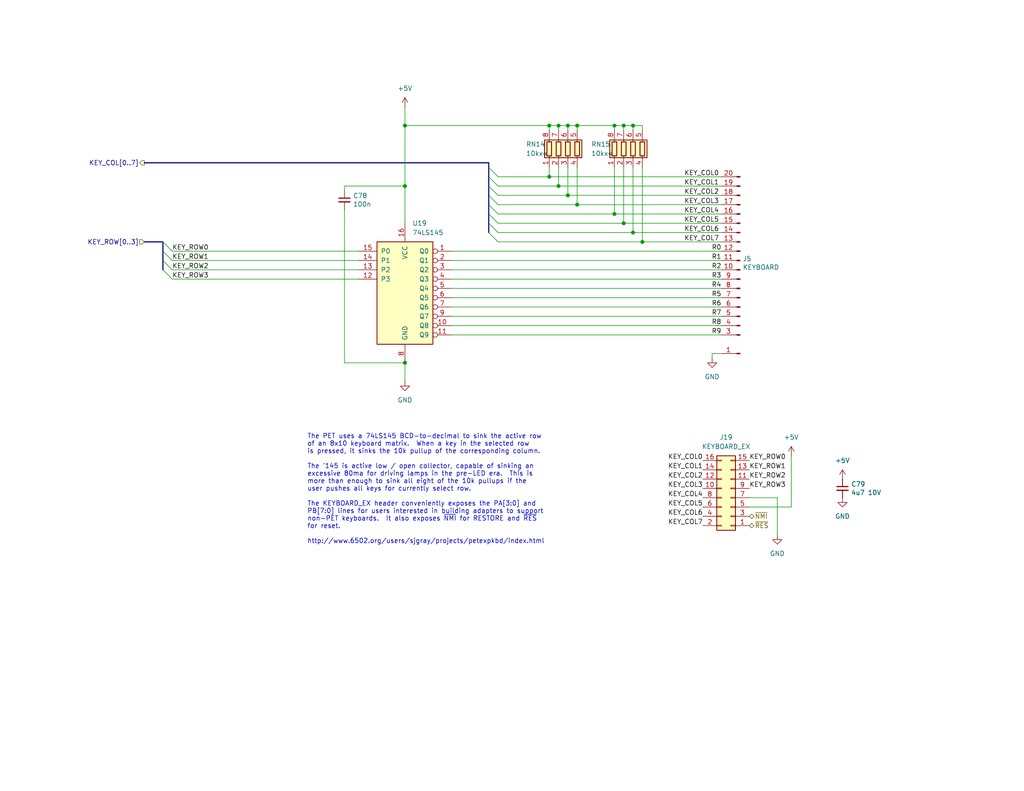
<source format=kicad_sch>
(kicad_sch (version 20231120) (generator "eeschema") (generator_version "8.0")
  (paper "A")
  (title_block (title "EconoPET 40/8096") (date "2023-10-01") (rev "A") (comment 1 "Unspecified resistors rated for 62.5mW or more") (comment 2 "Unspecified capacitors rated for 25V or more") (comment 3 "Signals with B-prefix are level-shifted from 3V3 to 5V"))
  (lib_symbols
    (symbol "74xx:74LS145" (pin_names (offset 1.016))
      (property "Reference" "U" (at -7.62 13.97 0))
      (property "Value" "74LS145" (at -7.62 -16.51 0))
      (symbol "74LS145_1_0"
        (pin open_collector inverted (at 12.7 10.16 180) (length 5.08) (name "Q0") (number "1"))
        (pin open_collector inverted (at 12.7 -10.16 180) (length 5.08) (name "Q8") (number "10"))
        (pin open_collector inverted (at 12.7 -12.7 180) (length 5.08) (name "Q9") (number "11"))
        (pin input line (at -12.7 2.54 0) (length 5.08) (name "P3") (number "12"))
        (pin input line (at -12.7 5.08 0) (length 5.08) (name "P2") (number "13"))
        (pin input line (at -12.7 7.62 0) (length 5.08) (name "P1") (number "14"))
        (pin input line (at -12.7 10.16 0) (length 5.08) (name "P0") (number "15"))
        (pin power_in line (at 0 17.78 270) (length 5.08) (name "VCC") (number "16"))
        (pin open_collector inverted (at 12.7 7.62 180) (length 5.08) (name "Q1") (number "2"))
        (pin open_collector inverted (at 12.7 5.08 180) (length 5.08) (name "Q2") (number "3"))
        (pin open_collector inverted (at 12.7 2.54 180) (length 5.08) (name "Q3") (number "4"))
        (pin open_collector inverted (at 12.7 0 180) (length 5.08) (name "Q4") (number "5"))
        (pin open_collector inverted (at 12.7 -2.54 180) (length 5.08) (name "Q5") (number "6"))
        (pin open_collector inverted (at 12.7 -5.08 180) (length 5.08) (name "Q6") (number "7"))
        (pin power_in line (at 0 -20.32 90) (length 5.08) (name "GND") (number "8"))
        (pin open_collector inverted (at 12.7 -7.62 180) (length 5.08) (name "Q7") (number "9"))
      )
      (symbol "74LS145_1_1"
        (rectangle (start -7.62 12.7) (end 7.62 -15.24) (stroke (width 0.254)) (fill (type background)))
      )
    )
    (symbol "Connector_Generic:Conn_02x08_Odd_Even" (pin_names (offset 1.016) hide)
      (property "Reference" "J" (at 1.27 10.16 0))
      (property "Value" "Conn_02x08_Odd_Even" (at 1.27 -12.7 0))
      (symbol "Conn_02x08_Odd_Even_1_1"
        (rectangle (start -1.27 -10.033) (end 0 -10.287) (stroke (width 0.1524)))
        (rectangle (start -1.27 -7.493) (end 0 -7.747) (stroke (width 0.1524)))
        (rectangle (start -1.27 -4.953) (end 0 -5.207) (stroke (width 0.1524)))
        (rectangle (start -1.27 -2.413) (end 0 -2.667) (stroke (width 0.1524)))
        (rectangle (start -1.27 0.127) (end 0 -0.127) (stroke (width 0.1524)))
        (rectangle (start -1.27 2.667) (end 0 2.413) (stroke (width 0.1524)))
        (rectangle (start -1.27 5.207) (end 0 4.953) (stroke (width 0.1524)))
        (rectangle (start -1.27 7.747) (end 0 7.493) (stroke (width 0.1524)))
        (rectangle (start -1.27 8.89) (end 3.81 -11.43) (stroke (width 0.254)) (fill (type background)))
        (rectangle (start 3.81 -10.033) (end 2.54 -10.287) (stroke (width 0.1524)))
        (rectangle (start 3.81 -7.493) (end 2.54 -7.747) (stroke (width 0.1524)))
        (rectangle (start 3.81 -4.953) (end 2.54 -5.207) (stroke (width 0.1524)))
        (rectangle (start 3.81 -2.413) (end 2.54 -2.667) (stroke (width 0.1524)))
        (rectangle (start 3.81 0.127) (end 2.54 -0.127) (stroke (width 0.1524)))
        (rectangle (start 3.81 2.667) (end 2.54 2.413) (stroke (width 0.1524)))
        (rectangle (start 3.81 5.207) (end 2.54 4.953) (stroke (width 0.1524)))
        (rectangle (start 3.81 7.747) (end 2.54 7.493) (stroke (width 0.1524)))
        (pin passive line (at -5.08 7.62 0) (length 3.81) (name "Pin_1") (number "1"))
        (pin passive line (at 7.62 -2.54 180) (length 3.81) (name "Pin_10") (number "10"))
        (pin passive line (at -5.08 -5.08 0) (length 3.81) (name "Pin_11") (number "11"))
        (pin passive line (at 7.62 -5.08 180) (length 3.81) (name "Pin_12") (number "12"))
        (pin passive line (at -5.08 -7.62 0) (length 3.81) (name "Pin_13") (number "13"))
        (pin passive line (at 7.62 -7.62 180) (length 3.81) (name "Pin_14") (number "14"))
        (pin passive line (at -5.08 -10.16 0) (length 3.81) (name "Pin_15") (number "15"))
        (pin passive line (at 7.62 -10.16 180) (length 3.81) (name "Pin_16") (number "16"))
        (pin passive line (at 7.62 7.62 180) (length 3.81) (name "Pin_2") (number "2"))
        (pin passive line (at -5.08 5.08 0) (length 3.81) (name "Pin_3") (number "3"))
        (pin passive line (at 7.62 5.08 180) (length 3.81) (name "Pin_4") (number "4"))
        (pin passive line (at -5.08 2.54 0) (length 3.81) (name "Pin_5") (number "5"))
        (pin passive line (at 7.62 2.54 180) (length 3.81) (name "Pin_6") (number "6"))
        (pin passive line (at -5.08 0 0) (length 3.81) (name "Pin_7") (number "7"))
        (pin passive line (at 7.62 0 180) (length 3.81) (name "Pin_8") (number "8"))
        (pin passive line (at -5.08 -2.54 0) (length 3.81) (name "Pin_9") (number "9"))
      )
    )
    (symbol "Device:C_Small" (pin_numbers hide) (pin_names (offset 0.254) hide)
      (property "Reference" "C" (at 0.254 1.778 0))
      (property "Value" "C_Small" (at 0.254 -2.032 0))
      (symbol "C_Small_0_1"
        (polyline (pts (xy -1.524 -0.508) (xy 1.524 -0.508)) (stroke (width 0.3302)))
        (polyline (pts (xy -1.524 0.508) (xy 1.524 0.508)) (stroke (width 0.3048)))
      )
      (symbol "C_Small_1_1"
        (pin passive line (at 0 2.54 270) (length 2.032) (name "~") (number "1"))
        (pin passive line (at 0 -2.54 90) (length 2.032) (name "~") (number "2"))
      )
    )
    (symbol "Device:R_Pack04" (pin_names (offset 0) hide)
      (property "Reference" "RN" (at -7.62 0 90))
      (property "Value" "R_Pack04" (at 5.08 0 90))
      (symbol "R_Pack04_0_1"
        (rectangle (start -6.35 -2.413) (end 3.81 2.413) (stroke (width 0.254)) (fill (type background)))
        (rectangle (start -5.715 1.905) (end -4.445 -1.905) (stroke (width 0.254)))
        (rectangle (start -3.175 1.905) (end -1.905 -1.905) (stroke (width 0.254)))
        (rectangle (start -0.635 1.905) (end 0.635 -1.905) (stroke (width 0.254)))
        (polyline (pts (xy -5.08 -2.54) (xy -5.08 -1.905)))
        (polyline (pts (xy -5.08 1.905) (xy -5.08 2.54)))
        (polyline (pts (xy -2.54 -2.54) (xy -2.54 -1.905)))
        (polyline (pts (xy -2.54 1.905) (xy -2.54 2.54)))
        (polyline (pts (xy 0 -2.54) (xy 0 -1.905)))
        (polyline (pts (xy 0 1.905) (xy 0 2.54)))
        (polyline (pts (xy 2.54 -2.54) (xy 2.54 -1.905)))
        (polyline (pts (xy 2.54 1.905) (xy 2.54 2.54)))
        (rectangle (start 1.905 1.905) (end 3.175 -1.905) (stroke (width 0.254)))
      )
      (symbol "R_Pack04_1_1"
        (pin passive line (at -5.08 -5.08 90) (length 2.54) (name "R1.1") (number "1"))
        (pin passive line (at -2.54 -5.08 90) (length 2.54) (name "R2.1") (number "2"))
        (pin passive line (at 0 -5.08 90) (length 2.54) (name "R3.1") (number "3"))
        (pin passive line (at 2.54 -5.08 90) (length 2.54) (name "R4.1") (number "4"))
        (pin passive line (at 2.54 5.08 270) (length 2.54) (name "R4.2") (number "5"))
        (pin passive line (at 0 5.08 270) (length 2.54) (name "R3.2") (number "6"))
        (pin passive line (at -2.54 5.08 270) (length 2.54) (name "R2.2") (number "7"))
        (pin passive line (at -5.08 5.08 270) (length 2.54) (name "R1.2") (number "8"))
      )
    )
    (symbol "EconoPET:CBM_PET_Keyboard_Conn_Keyed_20P" (pin_names (offset 1.016) hide)
      (property "Reference" "J" (at -0.7112 -2.9972 0))
      (property "Value" "KEYBOARD" (at -0.7112 -0.6858 0))
      (symbol "CBM_PET_Keyboard_Conn_Keyed_20P_1_1"
        (polyline (pts (xy 1.27 -25.4) (xy 0.8636 -25.4)) (stroke (width 0.1524)))
        (polyline (pts (xy 1.27 -22.86) (xy 0.8636 -22.86)) (stroke (width 0.1524)))
        (polyline (pts (xy 1.27 -20.32) (xy 0.8636 -20.32)) (stroke (width 0.1524)))
        (polyline (pts (xy 1.27 -17.78) (xy 0.8636 -17.78)) (stroke (width 0.1524)))
        (polyline (pts (xy 1.27 -15.24) (xy 0.8636 -15.24)) (stroke (width 0.1524)))
        (polyline (pts (xy 1.27 -12.7) (xy 0.8636 -12.7)) (stroke (width 0.1524)))
        (polyline (pts (xy 1.27 -10.16) (xy 0.8636 -10.16)) (stroke (width 0.1524)))
        (polyline (pts (xy 1.27 -7.62) (xy 0.8636 -7.62)) (stroke (width 0.1524)))
        (polyline (pts (xy 1.27 -5.08) (xy 0.8636 -5.08)) (stroke (width 0.1524)))
        (polyline (pts (xy 1.27 -2.54) (xy 0.8636 -2.54)) (stroke (width 0.1524)))
        (polyline (pts (xy 1.27 0) (xy 0.8636 0)) (stroke (width 0.1524)))
        (polyline (pts (xy 1.27 2.54) (xy 0.8636 2.54)) (stroke (width 0.1524)))
        (polyline (pts (xy 1.27 5.08) (xy 0.8636 5.08)) (stroke (width 0.1524)))
        (polyline (pts (xy 1.27 7.62) (xy 0.8636 7.62)) (stroke (width 0.1524)))
        (polyline (pts (xy 1.27 10.16) (xy 0.8636 10.16)) (stroke (width 0.1524)))
        (polyline (pts (xy 1.27 12.7) (xy 0.8636 12.7)) (stroke (width 0.1524)))
        (polyline (pts (xy 1.27 15.24) (xy 0.8636 15.24)) (stroke (width 0.1524)))
        (polyline (pts (xy 1.27 17.78) (xy 0.8636 17.78)) (stroke (width 0.1524)))
        (polyline (pts (xy 1.27 22.86) (xy 0.8636 22.86)) (stroke (width 0.1524)))
        (rectangle (start 0.8636 -25.273) (end 0 -25.527) (stroke (width 0.1524)) (fill (type outline)))
        (rectangle (start 0.8636 -22.733) (end 0 -22.987) (stroke (width 0.1524)) (fill (type outline)))
        (rectangle (start 0.8636 -20.193) (end 0 -20.447) (stroke (width 0.1524)) (fill (type outline)))
        (rectangle (start 0.8636 -17.653) (end 0 -17.907) (stroke (width 0.1524)) (fill (type outline)))
        (rectangle (start 0.8636 -15.113) (end 0 -15.367) (stroke (width 0.1524)) (fill (type outline)))
        (rectangle (start 0.8636 -12.573) (end 0 -12.827) (stroke (width 0.1524)) (fill (type outline)))
        (rectangle (start 0.8636 -10.033) (end 0 -10.287) (stroke (width 0.1524)) (fill (type outline)))
        (rectangle (start 0.8636 -7.493) (end 0 -7.747) (stroke (width 0.1524)) (fill (type outline)))
        (rectangle (start 0.8636 -4.953) (end 0 -5.207) (stroke (width 0.1524)) (fill (type outline)))
        (rectangle (start 0.8636 -2.413) (end 0 -2.667) (stroke (width 0.1524)) (fill (type outline)))
        (rectangle (start 0.8636 0.127) (end 0 -0.127) (stroke (width 0.1524)) (fill (type outline)))
        (rectangle (start 0.8636 2.667) (end 0 2.413) (stroke (width 0.1524)) (fill (type outline)))
        (rectangle (start 0.8636 5.207) (end 0 4.953) (stroke (width 0.1524)) (fill (type outline)))
        (rectangle (start 0.8636 7.747) (end 0 7.493) (stroke (width 0.1524)) (fill (type outline)))
        (rectangle (start 0.8636 10.287) (end 0 10.033) (stroke (width 0.1524)) (fill (type outline)))
        (rectangle (start 0.8636 12.827) (end 0 12.573) (stroke (width 0.1524)) (fill (type outline)))
        (rectangle (start 0.8636 15.367) (end 0 15.113) (stroke (width 0.1524)) (fill (type outline)))
        (rectangle (start 0.8636 17.907) (end 0 17.653) (stroke (width 0.1524)) (fill (type outline)))
        (rectangle (start 0.8636 22.987) (end 0 22.733) (stroke (width 0.1524)) (fill (type outline)))
        (pin passive line (at 5.08 22.86 180) (length 3.81) (name "Pin_1") (number "1"))
        (pin passive line (at 5.08 0 180) (length 3.81) (name "Pin_10") (number "10"))
        (pin passive line (at 5.08 -2.54 180) (length 3.81) (name "Pin_11") (number "11"))
        (pin passive line (at 5.08 -5.08 180) (length 3.81) (name "Pin_12") (number "12"))
        (pin passive line (at 5.08 -7.62 180) (length 3.81) (name "Pin_13") (number "13"))
        (pin passive line (at 5.08 -10.16 180) (length 3.81) (name "Pin_14") (number "14"))
        (pin passive line (at 5.08 -12.7 180) (length 3.81) (name "Pin_15") (number "15"))
        (pin passive line (at 5.08 -15.24 180) (length 3.81) (name "Pin_16") (number "16"))
        (pin passive line (at 5.08 -17.78 180) (length 3.81) (name "Pin_17") (number "17"))
        (pin passive line (at 5.08 -20.32 180) (length 3.81) (name "Pin_18") (number "18"))
        (pin passive line (at 5.08 -22.86 180) (length 3.81) (name "Pin_19") (number "19"))
        (pin passive line (at 5.08 -25.4 180) (length 3.81) (name "Pin_20") (number "20"))
        (pin passive line (at 5.08 17.78 180) (length 3.81) (name "Pin_3") (number "3"))
        (pin passive line (at 5.08 15.24 180) (length 3.81) (name "Pin_4") (number "4"))
        (pin passive line (at 5.08 12.7 180) (length 3.81) (name "Pin_5") (number "5"))
        (pin passive line (at 5.08 10.16 180) (length 3.81) (name "Pin_6") (number "6"))
        (pin passive line (at 5.08 7.62 180) (length 3.81) (name "Pin_7") (number "7"))
        (pin passive line (at 5.08 5.08 180) (length 3.81) (name "Pin_8") (number "8"))
        (pin passive line (at 5.08 2.54 180) (length 3.81) (name "Pin_9") (number "9"))
      )
    )
    (symbol "power:+5V" (power) (pin_numbers hide) (pin_names (offset 0) hide)
      (property "Value" "+5V" (at 0 3.556 0))
      (symbol "+5V_0_1"
        (polyline (pts (xy -0.762 1.27) (xy 0 2.54)))
        (polyline (pts (xy 0 0) (xy 0 2.54)))
        (polyline (pts (xy 0 2.54) (xy 0.762 1.27)))
      )
      (symbol "+5V_1_1"
        (pin power_in line (at 0 0 90) (length 0) (name "~") (number "1"))
      )
    )
    (symbol "power:GND" (power) (pin_numbers hide) (pin_names (offset 0) hide)
      (property "Value" "GND" (at 0 -3.81 0))
      (symbol "GND_0_1"
        (polyline (pts (xy 0 0) (xy 0 -1.27) (xy 1.27 -1.27) (xy 0 -2.54) (xy -1.27 -1.27) (xy 0 -1.27)))
      )
      (symbol "GND_1_1"
        (pin power_in line (at 0 0 270) (length 0) (name "~") (number "1"))
      )
    )
  )
  (junction (at 157.48 34.29))
  (junction (at 149.86 34.29))
  (junction (at 110.49 99.06))
  (junction (at 110.49 50.8))
  (junction (at 167.64 34.29))
  (junction (at 152.4 34.29))
  (junction (at 172.72 34.29))
  (junction (at 110.49 34.29))
  (junction (at 170.18 60.96))
  (junction (at 154.94 34.29))
  (junction (at 175.26 66.04))
  (junction (at 157.48 55.88))
  (junction (at 154.94 53.34))
  (junction (at 152.4 50.8))
  (junction (at 149.86 48.26))
  (junction (at 167.64 58.42))
  (junction (at 170.18 34.29))
  (junction (at 172.72 63.5))
  (bus_entry (at 133.35 55.88) (size 2.54 2.54))
  (bus_entry (at 133.35 63.5) (size 2.54 2.54))
  (bus_entry (at 133.35 48.26) (size 2.54 2.54))
  (bus_entry (at 133.35 60.96) (size 2.54 2.54))
  (bus_entry (at 44.45 71.12) (size 2.54 2.54))
  (bus_entry (at 44.45 73.66) (size 2.54 2.54))
  (bus_entry (at 133.35 58.42) (size 2.54 2.54))
  (bus_entry (at 133.35 53.34) (size 2.54 2.54))
  (bus_entry (at 44.45 68.58) (size 2.54 2.54))
  (bus_entry (at 44.45 66.04) (size 2.54 2.54))
  (bus_entry (at 133.35 50.8) (size 2.54 2.54))
  (bus_entry (at 133.35 45.72) (size 2.54 2.54))
  (wire (pts (xy 46.99 71.12) (xy 97.79 71.12)))
  (bus (pts (xy 133.35 58.42) (xy 133.35 60.96)))
  (wire (pts (xy 167.64 34.29) (xy 170.18 34.29)))
  (wire (pts (xy 204.47 135.89) (xy 212.09 135.89)))
  (wire (pts (xy 196.85 96.52) (xy 194.31 96.52)))
  (wire (pts (xy 135.89 58.42) (xy 167.64 58.42)))
  (wire (pts (xy 154.94 34.29) (xy 157.48 34.29)))
  (wire (pts (xy 93.98 50.8) (xy 110.49 50.8)))
  (wire (pts (xy 152.4 34.29) (xy 152.4 35.56)))
  (wire (pts (xy 46.99 76.2) (xy 97.79 76.2)))
  (bus (pts (xy 133.35 60.96) (xy 133.35 63.5)))
  (bus (pts (xy 44.45 71.12) (xy 44.45 73.66)))
  (bus (pts (xy 44.45 66.04) (xy 44.45 68.58)))
  (wire (pts (xy 152.4 45.72) (xy 152.4 50.8)))
  (wire (pts (xy 152.4 34.29) (xy 154.94 34.29)))
  (wire (pts (xy 194.31 96.52) (xy 194.31 97.79)))
  (bus (pts (xy 39.37 44.45) (xy 133.35 44.45)))
  (wire (pts (xy 154.94 45.72) (xy 154.94 53.34)))
  (wire (pts (xy 152.4 50.8) (xy 196.85 50.8)))
  (wire (pts (xy 175.26 34.29) (xy 175.26 35.56)))
  (wire (pts (xy 172.72 34.29) (xy 175.26 34.29)))
  (wire (pts (xy 110.49 29.21) (xy 110.49 34.29)))
  (wire (pts (xy 110.49 34.29) (xy 149.86 34.29)))
  (wire (pts (xy 123.19 68.58) (xy 196.85 68.58)))
  (wire (pts (xy 172.72 45.72) (xy 172.72 63.5)))
  (wire (pts (xy 123.19 88.9) (xy 196.85 88.9)))
  (bus (pts (xy 133.35 53.34) (xy 133.35 55.88)))
  (wire (pts (xy 175.26 45.72) (xy 175.26 66.04)))
  (wire (pts (xy 46.99 73.66) (xy 97.79 73.66)))
  (wire (pts (xy 135.89 60.96) (xy 170.18 60.96)))
  (wire (pts (xy 135.89 63.5) (xy 172.72 63.5)))
  (wire (pts (xy 167.64 58.42) (xy 196.85 58.42)))
  (wire (pts (xy 154.94 34.29) (xy 154.94 35.56)))
  (wire (pts (xy 170.18 45.72) (xy 170.18 60.96)))
  (wire (pts (xy 172.72 34.29) (xy 172.72 35.56)))
  (wire (pts (xy 215.9 124.46) (xy 215.9 138.43)))
  (wire (pts (xy 170.18 60.96) (xy 196.85 60.96)))
  (wire (pts (xy 123.19 76.2) (xy 196.85 76.2)))
  (wire (pts (xy 123.19 78.74) (xy 196.85 78.74)))
  (wire (pts (xy 154.94 53.34) (xy 196.85 53.34)))
  (wire (pts (xy 149.86 45.72) (xy 149.86 48.26)))
  (wire (pts (xy 135.89 53.34) (xy 154.94 53.34)))
  (wire (pts (xy 123.19 83.82) (xy 196.85 83.82)))
  (wire (pts (xy 135.89 48.26) (xy 149.86 48.26)))
  (wire (pts (xy 172.72 63.5) (xy 196.85 63.5)))
  (bus (pts (xy 133.35 48.26) (xy 133.35 50.8)))
  (wire (pts (xy 149.86 34.29) (xy 152.4 34.29)))
  (bus (pts (xy 44.45 66.04) (xy 39.37 66.04)))
  (wire (pts (xy 46.99 68.58) (xy 97.79 68.58)))
  (wire (pts (xy 157.48 34.29) (xy 157.48 35.56)))
  (wire (pts (xy 135.89 66.04) (xy 175.26 66.04)))
  (wire (pts (xy 212.09 135.89) (xy 212.09 146.05)))
  (wire (pts (xy 170.18 34.29) (xy 172.72 34.29)))
  (wire (pts (xy 110.49 50.8) (xy 110.49 60.96)))
  (wire (pts (xy 93.98 99.06) (xy 110.49 99.06)))
  (wire (pts (xy 123.19 73.66) (xy 196.85 73.66)))
  (wire (pts (xy 204.47 138.43) (xy 215.9 138.43)))
  (wire (pts (xy 167.64 45.72) (xy 167.64 58.42)))
  (wire (pts (xy 175.26 66.04) (xy 196.85 66.04)))
  (wire (pts (xy 157.48 55.88) (xy 196.85 55.88)))
  (wire (pts (xy 123.19 91.44) (xy 196.85 91.44)))
  (wire (pts (xy 157.48 45.72) (xy 157.48 55.88)))
  (wire (pts (xy 123.19 81.28) (xy 196.85 81.28)))
  (wire (pts (xy 93.98 52.07) (xy 93.98 50.8)))
  (wire (pts (xy 149.86 48.26) (xy 196.85 48.26)))
  (wire (pts (xy 110.49 99.06) (xy 110.49 104.14)))
  (wire (pts (xy 123.19 71.12) (xy 196.85 71.12)))
  (wire (pts (xy 167.64 34.29) (xy 167.64 35.56)))
  (wire (pts (xy 149.86 35.56) (xy 149.86 34.29)))
  (bus (pts (xy 133.35 44.45) (xy 133.35 45.72)))
  (wire (pts (xy 157.48 34.29) (xy 167.64 34.29)))
  (bus (pts (xy 44.45 68.58) (xy 44.45 71.12)))
  (bus (pts (xy 133.35 45.72) (xy 133.35 48.26)))
  (wire (pts (xy 110.49 34.29) (xy 110.49 50.8)))
  (wire (pts (xy 135.89 50.8) (xy 152.4 50.8)))
  (wire (pts (xy 123.19 86.36) (xy 196.85 86.36)))
  (bus (pts (xy 133.35 55.88) (xy 133.35 58.42)))
  (wire (pts (xy 93.98 57.15) (xy 93.98 99.06)))
  (wire (pts (xy 135.89 55.88) (xy 157.48 55.88)))
  (bus (pts (xy 133.35 50.8) (xy 133.35 53.34)))
  (wire (pts (xy 170.18 34.29) (xy 170.18 35.56)))
  (text "The PET uses a 74LS145 BCD-to-decimal to sink the active row\nof an 8x10 keyboard matrix.  When a key in the selected row\nis pressed, it sinks the 10k pullup of the corresponding column.\n\nThe '145 is active low / open collector, capable of sinking an\nexcessive 80ma for driving lamps in the pre-LED era.  This is\nmore than enough to sink all eight of the 10k pullups if the\nuser pushes all keys for currently select row.\n\nThe KEYBOARD_EX header conveniently exposes the PA[3:0] and\nPB[7:0] lines for users interested in building adapters to support\nnon-PET keyboards.  It also exposes ~{NMI} for RESTORE and ~{RES}\nfor reset.\n\nhttp://www.6502.org/users/sjgray/projects/petexpkbd/index.html\n" (at 83.82 148.59 0) (effects (font (size 1.27 1.27)) (justify left bottom)))
  (label "KEY_COL6" (at 186.69 63.5 0))
  (label "KEY_COL1" (at 191.77 128.27 180))
  (label "KEY_ROW0" (at 46.99 68.58 0))
  (label "R5" (at 196.85 81.28 180))
  (label "KEY_COL2" (at 191.77 130.81 180))
  (label "KEY_COL5" (at 186.69 60.96 0))
  (label "KEY_COL7" (at 186.69 66.04 0))
  (label "KEY_ROW0" (at 204.47 125.73 0))
  (label "R3" (at 196.85 76.2 180))
  (label "KEY_ROW2" (at 46.99 73.66 0))
  (label "R9" (at 196.85 91.44 180))
  (label "KEY_COL1" (at 186.69 50.8 0))
  (label "R2" (at 196.85 73.66 180))
  (label "R6" (at 196.85 83.82 180))
  (label "KEY_COL2" (at 186.69 53.34 0))
  (label "KEY_COL4" (at 191.77 135.89 180))
  (label "R7" (at 196.85 86.36 180))
  (label "R0" (at 196.85 68.58 180))
  (label "KEY_COL5" (at 191.77 138.43 180))
  (label "KEY_COL6" (at 191.77 140.97 180))
  (label "KEY_ROW3" (at 204.47 133.35 0))
  (label "KEY_COL3" (at 191.77 133.35 180))
  (label "KEY_COL3" (at 186.69 55.88 0))
  (label "KEY_COL4" (at 186.69 58.42 0))
  (label "R4" (at 196.85 78.74 180))
  (label "KEY_COL0" (at 186.69 48.26 0))
  (label "KEY_COL7" (at 191.77 143.51 180))
  (label "KEY_ROW1" (at 204.47 128.27 0))
  (label "KEY_ROW3" (at 46.99 76.2 0))
  (label "KEY_COL0" (at 191.77 125.73 180))
  (label "R8" (at 196.85 88.9 180))
  (label "R1" (at 196.85 71.12 180))
  (label "KEY_ROW1" (at 46.99 71.12 0))
  (label "KEY_ROW2" (at 204.47 130.81 0))
  (hierarchical_label "~{RES}" (shape bidirectional) (at 204.47 143.51 0))
  (hierarchical_label "KEY_COL[0..7]" (shape output) (at 39.37 44.45 180))
  (hierarchical_label "KEY_ROW[0..3]" (shape input) (at 39.37 66.04 180))
  (hierarchical_label "~{NMI}" (shape bidirectional) (at 204.47 140.97 0))
  (symbol (lib_id "EconoPET:CBM_PET_Keyboard_Conn_Keyed_20P") (at 201.93 73.66 180) (unit 1)
    (property "Reference" "J5" (at 202.6412 70.6628 0) (effects (justify right)))
    (property "Value" "KEYBOARD" (at 202.6412 72.9742 0) (effects (justify right)))
    (property "Footprint" "EconoPET:CBM_PET_KEYBOARD_KEYED_20P" (effects (hide yes)))
    (property "MOUSER" "649-1012937893603BLF" (effects (hide yes)))
  )
  (symbol (lib_id "Device:C_Small") (at 93.98 54.61 0) (unit 1)
    (property "Reference" "C78" (at 96.3168 53.4416 0) (effects (justify left)))
    (property "Value" "100n" (at 96.3168 55.753 0) (effects (justify left)))
    (property "Footprint" "Capacitor_SMD:C_0402_1005Metric" (effects (hide yes)))
    (property "Datasheet" "https://product.samsungsem.com/mlcc/CL05B104KB54PN.do" (effects (hide yes)))
    (property "LCSC" "C307331" (effects (hide yes)))
  )
  (symbol (lib_id "power:+5V") (at 215.9 124.46 0) (unit 1)
    (property "Reference" "#PWR0139" (effects (hide yes)))
    (property "Value" "+5V" (at 215.9 119.38 0))
    (property "Description" "Power symbol creates a global label with name \"+5V\"" (effects (hide yes)))
  )
  (symbol (lib_id "power:GND") (at 110.49 104.14 0) (unit 1)
    (property "Reference" "#PWR0136" (effects (hide yes)))
    (property "Value" "GND" (at 110.49 109.22 0))
    (property "Description" "Power symbol creates a global label with name \"GND\" , ground" (effects (hide yes)))
  )
  (symbol (lib_id "74xx:74LS145") (at 110.49 78.74 0) (unit 1)
    (property "Reference" "U19" (at 112.5094 60.96 0) (effects (justify left)))
    (property "Value" "74LS145" (at 112.5094 63.5 0) (effects (justify left)))
    (property "Footprint" "Package_SO:SOIC-16_3.9x9.9mm_P1.27mm" (effects (hide yes)))
    (property "Datasheet" "https://www.lcsc.com/datasheet/lcsc_datasheet_1809051911_Texas-Instruments-SN74LS145DR_C60829.pdf" (effects (hide yes)))
    (property "LCSC" "C60829" (effects (hide yes)))
  )
  (symbol (lib_id "Connector_Generic:Conn_02x08_Odd_Even") (at 199.39 135.89 180) (unit 1)
    (property "Reference" "J19" (at 198.12 119.38 0))
    (property "Value" "KEYBOARD_EX" (at 198.12 121.92 0))
    (property "Footprint" "Connector_PinHeader_2.54mm:PinHeader_2x08_P2.54mm_Vertical" (effects (hide yes)))
    (property "MOUSER" "649-1012938195002BLF" (effects (hide yes)))
  )
  (symbol (lib_id "power:+5V") (at 229.87 130.81 0) (unit 1)
    (property "Reference" "#PWR0140" (effects (hide yes)))
    (property "Value" "+5V" (at 229.87 125.73 0))
    (property "Description" "Power symbol creates a global label with name \"+5V\"" (effects (hide yes)))
  )
  (symbol (lib_id "power:GND") (at 194.31 97.79 0) (unit 1)
    (property "Reference" "#PWR0137" (effects (hide yes)))
    (property "Value" "GND" (at 194.31 102.87 0))
    (property "Description" "Power symbol creates a global label with name \"GND\" , ground" (effects (hide yes)))
  )
  (symbol (lib_id "Device:C_Small") (at 229.87 133.35 0) (unit 1)
    (property "Reference" "C79" (at 232.2068 132.1816 0) (effects (justify left)))
    (property "Value" "4u7 10V" (at 232.2068 134.493 0) (effects (justify left)))
    (property "Footprint" "Capacitor_SMD:C_0402_1005Metric" (effects (hide yes)))
    (property "Datasheet" "https://product.samsungsem.com/mlcc/CL05A475MP5NRN.do" (effects (hide yes)))
    (property "LCSC" "C23733" (effects (hide yes)))
  )
  (symbol (lib_id "power:GND") (at 212.09 146.05 0) (unit 1)
    (property "Reference" "#PWR0138" (effects (hide yes)))
    (property "Value" "GND" (at 212.09 151.13 0))
    (property "Description" "Power symbol creates a global label with name \"GND\" , ground" (effects (hide yes)))
  )
  (symbol (lib_id "power:+5V") (at 110.49 29.21 0) (unit 1)
    (property "Reference" "#PWR0135" (effects (hide yes)))
    (property "Value" "+5V" (at 110.49 24.13 0))
    (property "Description" "Power symbol creates a global label with name \"+5V\"" (effects (hide yes)))
  )
  (symbol (lib_id "power:GND") (at 229.87 135.89 0) (unit 1)
    (property "Reference" "#PWR0141" (effects (hide yes)))
    (property "Value" "GND" (at 229.87 140.97 0))
    (property "Description" "Power symbol creates a global label with name \"GND\" , ground" (effects (hide yes)))
  )
  (symbol (lib_id "Device:R_Pack04") (at 154.94 40.64 0) (unit 1)
    (property "Reference" "RN14" (at 143.51 39.37 0) (effects (justify left)))
    (property "Value" "10kx4" (at 143.51 41.91 0) (effects (justify left)))
    (property "Footprint" "Resistor_SMD:R_Array_Convex_4x0603" (effects (hide yes)))
    (property "Datasheet" "https://www.lcsc.com/datasheet/lcsc_datasheet_2304140030_UNI-ROYAL-Uniroyal-Elec-4D03WGJ0103T5E_C29718.pdf" (effects (hide yes)))
    (property "Description" "4 resistor network, parallel topology" (effects (hide yes)))
    (property "LCSC" "C29718" (effects (hide yes)))
  )
  (symbol (lib_id "Device:R_Pack04") (at 172.72 40.64 0) (unit 1)
    (property "Reference" "RN15" (at 161.29 39.37 0) (effects (justify left)))
    (property "Value" "10kx4" (at 161.29 41.91 0) (effects (justify left)))
    (property "Footprint" "Resistor_SMD:R_Array_Convex_4x0603" (effects (hide yes)))
    (property "Datasheet" "https://www.lcsc.com/datasheet/lcsc_datasheet_2304140030_UNI-ROYAL-Uniroyal-Elec-4D03WGJ0103T5E_C29718.pdf" (effects (hide yes)))
    (property "Description" "4 resistor network, parallel topology" (effects (hide yes)))
    (property "LCSC" "C29718" (effects (hide yes)))
  )
)
</source>
